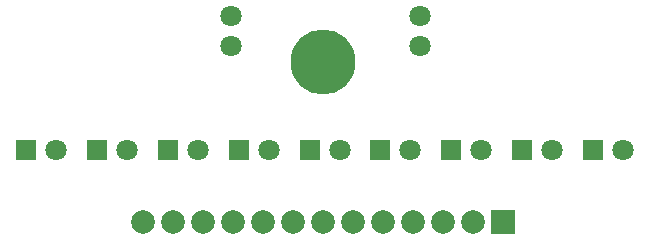
<source format=gbs>
%TF.GenerationSoftware,KiCad,Pcbnew,8.0.1*%
%TF.CreationDate,2024-06-15T14:56:54+02:00*%
%TF.ProjectId,BMW E30 VFL SI Indicator V2,424d5720-4533-4302-9056-464c20534920,rev?*%
%TF.SameCoordinates,Original*%
%TF.FileFunction,Soldermask,Bot*%
%TF.FilePolarity,Negative*%
%FSLAX46Y46*%
G04 Gerber Fmt 4.6, Leading zero omitted, Abs format (unit mm)*
G04 Created by KiCad (PCBNEW 8.0.1) date 2024-06-15 14:56:54*
%MOMM*%
%LPD*%
G01*
G04 APERTURE LIST*
%ADD10R,1.800000X1.800000*%
%ADD11C,1.800000*%
%ADD12C,2.000000*%
%ADD13R,2.000000X2.000000*%
%ADD14C,5.500000*%
G04 APERTURE END LIST*
D10*
%TO.C,D9*%
X125125000Y-85500000D03*
D11*
X127665000Y-85500000D03*
%TD*%
D10*
%TO.C,D8*%
X131125000Y-85500000D03*
D11*
X133665000Y-85500000D03*
%TD*%
D10*
%TO.C,D5*%
X149125000Y-85500000D03*
D11*
X151665000Y-85500000D03*
%TD*%
D10*
%TO.C,D7*%
X137125000Y-85500000D03*
D11*
X139665000Y-85500000D03*
%TD*%
D10*
%TO.C,D1*%
X173125000Y-85500000D03*
D11*
X175665000Y-85500000D03*
%TD*%
D10*
%TO.C,D6*%
X143125000Y-85500000D03*
D11*
X145665000Y-85500000D03*
%TD*%
D10*
%TO.C,D2*%
X167125000Y-85500000D03*
D11*
X169665000Y-85500000D03*
%TD*%
D10*
%TO.C,D4*%
X155125000Y-85500000D03*
D11*
X157665000Y-85500000D03*
%TD*%
D10*
%TO.C,D3*%
X161125000Y-85500000D03*
D11*
X163665000Y-85500000D03*
%TD*%
D12*
%TO.C,J1*%
X135060000Y-91600000D03*
X137600000Y-91600000D03*
X140140000Y-91600000D03*
X142680000Y-91600000D03*
X145220000Y-91600000D03*
X147760000Y-91600000D03*
X150300000Y-91600000D03*
X152840000Y-91600000D03*
X155380000Y-91600000D03*
X157920000Y-91600000D03*
X160460000Y-91600000D03*
X163000000Y-91600000D03*
D13*
X165540000Y-91600000D03*
%TD*%
D11*
%TO.C,LA2*%
X158500000Y-76700000D03*
X158500000Y-74160000D03*
%TD*%
%TO.C,LA1*%
X142500000Y-74160000D03*
X142500000Y-76700000D03*
%TD*%
D14*
%TO.C,H1*%
X150300000Y-78000000D03*
%TD*%
M02*

</source>
